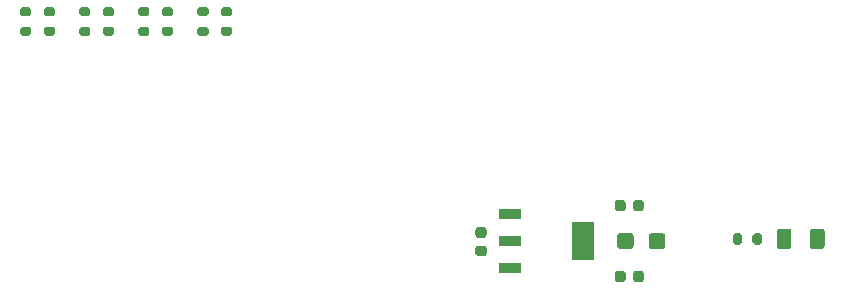
<source format=gbr>
%TF.GenerationSoftware,KiCad,Pcbnew,(5.1.10)-1*%
%TF.CreationDate,2022-02-02T21:42:12-05:00*%
%TF.ProjectId,RevA,52657641-2e6b-4696-9361-645f70636258,rev?*%
%TF.SameCoordinates,Original*%
%TF.FileFunction,Paste,Top*%
%TF.FilePolarity,Positive*%
%FSLAX46Y46*%
G04 Gerber Fmt 4.6, Leading zero omitted, Abs format (unit mm)*
G04 Created by KiCad (PCBNEW (5.1.10)-1) date 2022-02-02 21:42:12*
%MOMM*%
%LPD*%
G01*
G04 APERTURE LIST*
%ADD10R,1.840000X0.930000*%
%ADD11R,1.840000X3.190000*%
G04 APERTURE END LIST*
%TO.C,C1*%
G36*
G01*
X215048000Y-121655000D02*
X214548000Y-121655000D01*
G75*
G02*
X214323000Y-121430000I0J225000D01*
G01*
X214323000Y-120980000D01*
G75*
G02*
X214548000Y-120755000I225000J0D01*
G01*
X215048000Y-120755000D01*
G75*
G02*
X215273000Y-120980000I0J-225000D01*
G01*
X215273000Y-121430000D01*
G75*
G02*
X215048000Y-121655000I-225000J0D01*
G01*
G37*
G36*
G01*
X215048000Y-120105000D02*
X214548000Y-120105000D01*
G75*
G02*
X214323000Y-119880000I0J225000D01*
G01*
X214323000Y-119430000D01*
G75*
G02*
X214548000Y-119205000I225000J0D01*
G01*
X215048000Y-119205000D01*
G75*
G02*
X215273000Y-119430000I0J-225000D01*
G01*
X215273000Y-119880000D01*
G75*
G02*
X215048000Y-120105000I-225000J0D01*
G01*
G37*
%TD*%
%TO.C,C2*%
G36*
G01*
X227683000Y-123630000D02*
X227683000Y-123130000D01*
G75*
G02*
X227908000Y-122905000I225000J0D01*
G01*
X228358000Y-122905000D01*
G75*
G02*
X228583000Y-123130000I0J-225000D01*
G01*
X228583000Y-123630000D01*
G75*
G02*
X228358000Y-123855000I-225000J0D01*
G01*
X227908000Y-123855000D01*
G75*
G02*
X227683000Y-123630000I0J225000D01*
G01*
G37*
G36*
G01*
X226133000Y-123630000D02*
X226133000Y-123130000D01*
G75*
G02*
X226358000Y-122905000I225000J0D01*
G01*
X226808000Y-122905000D01*
G75*
G02*
X227033000Y-123130000I0J-225000D01*
G01*
X227033000Y-123630000D01*
G75*
G02*
X226808000Y-123855000I-225000J0D01*
G01*
X226358000Y-123855000D01*
G75*
G02*
X226133000Y-123630000I0J225000D01*
G01*
G37*
%TD*%
%TO.C,C3*%
G36*
G01*
X226133000Y-117630000D02*
X226133000Y-117130000D01*
G75*
G02*
X226358000Y-116905000I225000J0D01*
G01*
X226808000Y-116905000D01*
G75*
G02*
X227033000Y-117130000I0J-225000D01*
G01*
X227033000Y-117630000D01*
G75*
G02*
X226808000Y-117855000I-225000J0D01*
G01*
X226358000Y-117855000D01*
G75*
G02*
X226133000Y-117630000I0J225000D01*
G01*
G37*
G36*
G01*
X227683000Y-117630000D02*
X227683000Y-117130000D01*
G75*
G02*
X227908000Y-116905000I225000J0D01*
G01*
X228358000Y-116905000D01*
G75*
G02*
X228583000Y-117130000I0J-225000D01*
G01*
X228583000Y-117630000D01*
G75*
G02*
X228358000Y-117855000I-225000J0D01*
G01*
X227908000Y-117855000D01*
G75*
G02*
X227683000Y-117630000I0J225000D01*
G01*
G37*
%TD*%
%TO.C,C4*%
G36*
G01*
X229008000Y-120805001D02*
X229008000Y-119954999D01*
G75*
G02*
X229257999Y-119705000I249999J0D01*
G01*
X230158001Y-119705000D01*
G75*
G02*
X230408000Y-119954999I0J-249999D01*
G01*
X230408000Y-120805001D01*
G75*
G02*
X230158001Y-121055000I-249999J0D01*
G01*
X229257999Y-121055000D01*
G75*
G02*
X229008000Y-120805001I0J249999D01*
G01*
G37*
G36*
G01*
X226308000Y-120805001D02*
X226308000Y-119954999D01*
G75*
G02*
X226557999Y-119705000I249999J0D01*
G01*
X227458001Y-119705000D01*
G75*
G02*
X227708000Y-119954999I0J-249999D01*
G01*
X227708000Y-120805001D01*
G75*
G02*
X227458001Y-121055000I-249999J0D01*
G01*
X226557999Y-121055000D01*
G75*
G02*
X226308000Y-120805001I0J249999D01*
G01*
G37*
%TD*%
%TO.C,D1*%
G36*
G01*
X239833000Y-120823000D02*
X239833000Y-119573000D01*
G75*
G02*
X240083000Y-119323000I250000J0D01*
G01*
X240833000Y-119323000D01*
G75*
G02*
X241083000Y-119573000I0J-250000D01*
G01*
X241083000Y-120823000D01*
G75*
G02*
X240833000Y-121073000I-250000J0D01*
G01*
X240083000Y-121073000D01*
G75*
G02*
X239833000Y-120823000I0J250000D01*
G01*
G37*
G36*
G01*
X242633000Y-120823000D02*
X242633000Y-119573000D01*
G75*
G02*
X242883000Y-119323000I250000J0D01*
G01*
X243633000Y-119323000D01*
G75*
G02*
X243883000Y-119573000I0J-250000D01*
G01*
X243883000Y-120823000D01*
G75*
G02*
X243633000Y-121073000I-250000J0D01*
G01*
X242883000Y-121073000D01*
G75*
G02*
X242633000Y-120823000I0J250000D01*
G01*
G37*
%TD*%
%TO.C,R1*%
G36*
G01*
X175975000Y-102215000D02*
X176525000Y-102215000D01*
G75*
G02*
X176725000Y-102415000I0J-200000D01*
G01*
X176725000Y-102815000D01*
G75*
G02*
X176525000Y-103015000I-200000J0D01*
G01*
X175975000Y-103015000D01*
G75*
G02*
X175775000Y-102815000I0J200000D01*
G01*
X175775000Y-102415000D01*
G75*
G02*
X175975000Y-102215000I200000J0D01*
G01*
G37*
G36*
G01*
X175975000Y-100565000D02*
X176525000Y-100565000D01*
G75*
G02*
X176725000Y-100765000I0J-200000D01*
G01*
X176725000Y-101165000D01*
G75*
G02*
X176525000Y-101365000I-200000J0D01*
G01*
X175975000Y-101365000D01*
G75*
G02*
X175775000Y-101165000I0J200000D01*
G01*
X175775000Y-100765000D01*
G75*
G02*
X175975000Y-100565000I200000J0D01*
G01*
G37*
%TD*%
%TO.C,R2*%
G36*
G01*
X177975000Y-102215000D02*
X178525000Y-102215000D01*
G75*
G02*
X178725000Y-102415000I0J-200000D01*
G01*
X178725000Y-102815000D01*
G75*
G02*
X178525000Y-103015000I-200000J0D01*
G01*
X177975000Y-103015000D01*
G75*
G02*
X177775000Y-102815000I0J200000D01*
G01*
X177775000Y-102415000D01*
G75*
G02*
X177975000Y-102215000I200000J0D01*
G01*
G37*
G36*
G01*
X177975000Y-100565000D02*
X178525000Y-100565000D01*
G75*
G02*
X178725000Y-100765000I0J-200000D01*
G01*
X178725000Y-101165000D01*
G75*
G02*
X178525000Y-101365000I-200000J0D01*
G01*
X177975000Y-101365000D01*
G75*
G02*
X177775000Y-101165000I0J200000D01*
G01*
X177775000Y-100765000D01*
G75*
G02*
X177975000Y-100565000I200000J0D01*
G01*
G37*
%TD*%
%TO.C,R3*%
G36*
G01*
X180975000Y-100565000D02*
X181525000Y-100565000D01*
G75*
G02*
X181725000Y-100765000I0J-200000D01*
G01*
X181725000Y-101165000D01*
G75*
G02*
X181525000Y-101365000I-200000J0D01*
G01*
X180975000Y-101365000D01*
G75*
G02*
X180775000Y-101165000I0J200000D01*
G01*
X180775000Y-100765000D01*
G75*
G02*
X180975000Y-100565000I200000J0D01*
G01*
G37*
G36*
G01*
X180975000Y-102215000D02*
X181525000Y-102215000D01*
G75*
G02*
X181725000Y-102415000I0J-200000D01*
G01*
X181725000Y-102815000D01*
G75*
G02*
X181525000Y-103015000I-200000J0D01*
G01*
X180975000Y-103015000D01*
G75*
G02*
X180775000Y-102815000I0J200000D01*
G01*
X180775000Y-102415000D01*
G75*
G02*
X180975000Y-102215000I200000J0D01*
G01*
G37*
%TD*%
%TO.C,R4*%
G36*
G01*
X182975000Y-102215000D02*
X183525000Y-102215000D01*
G75*
G02*
X183725000Y-102415000I0J-200000D01*
G01*
X183725000Y-102815000D01*
G75*
G02*
X183525000Y-103015000I-200000J0D01*
G01*
X182975000Y-103015000D01*
G75*
G02*
X182775000Y-102815000I0J200000D01*
G01*
X182775000Y-102415000D01*
G75*
G02*
X182975000Y-102215000I200000J0D01*
G01*
G37*
G36*
G01*
X182975000Y-100565000D02*
X183525000Y-100565000D01*
G75*
G02*
X183725000Y-100765000I0J-200000D01*
G01*
X183725000Y-101165000D01*
G75*
G02*
X183525000Y-101365000I-200000J0D01*
G01*
X182975000Y-101365000D01*
G75*
G02*
X182775000Y-101165000I0J200000D01*
G01*
X182775000Y-100765000D01*
G75*
G02*
X182975000Y-100565000I200000J0D01*
G01*
G37*
%TD*%
%TO.C,R5*%
G36*
G01*
X185975000Y-100565000D02*
X186525000Y-100565000D01*
G75*
G02*
X186725000Y-100765000I0J-200000D01*
G01*
X186725000Y-101165000D01*
G75*
G02*
X186525000Y-101365000I-200000J0D01*
G01*
X185975000Y-101365000D01*
G75*
G02*
X185775000Y-101165000I0J200000D01*
G01*
X185775000Y-100765000D01*
G75*
G02*
X185975000Y-100565000I200000J0D01*
G01*
G37*
G36*
G01*
X185975000Y-102215000D02*
X186525000Y-102215000D01*
G75*
G02*
X186725000Y-102415000I0J-200000D01*
G01*
X186725000Y-102815000D01*
G75*
G02*
X186525000Y-103015000I-200000J0D01*
G01*
X185975000Y-103015000D01*
G75*
G02*
X185775000Y-102815000I0J200000D01*
G01*
X185775000Y-102415000D01*
G75*
G02*
X185975000Y-102215000I200000J0D01*
G01*
G37*
%TD*%
%TO.C,R6*%
G36*
G01*
X187975000Y-102215000D02*
X188525000Y-102215000D01*
G75*
G02*
X188725000Y-102415000I0J-200000D01*
G01*
X188725000Y-102815000D01*
G75*
G02*
X188525000Y-103015000I-200000J0D01*
G01*
X187975000Y-103015000D01*
G75*
G02*
X187775000Y-102815000I0J200000D01*
G01*
X187775000Y-102415000D01*
G75*
G02*
X187975000Y-102215000I200000J0D01*
G01*
G37*
G36*
G01*
X187975000Y-100565000D02*
X188525000Y-100565000D01*
G75*
G02*
X188725000Y-100765000I0J-200000D01*
G01*
X188725000Y-101165000D01*
G75*
G02*
X188525000Y-101365000I-200000J0D01*
G01*
X187975000Y-101365000D01*
G75*
G02*
X187775000Y-101165000I0J200000D01*
G01*
X187775000Y-100765000D01*
G75*
G02*
X187975000Y-100565000I200000J0D01*
G01*
G37*
%TD*%
%TO.C,R7*%
G36*
G01*
X190975000Y-100565000D02*
X191525000Y-100565000D01*
G75*
G02*
X191725000Y-100765000I0J-200000D01*
G01*
X191725000Y-101165000D01*
G75*
G02*
X191525000Y-101365000I-200000J0D01*
G01*
X190975000Y-101365000D01*
G75*
G02*
X190775000Y-101165000I0J200000D01*
G01*
X190775000Y-100765000D01*
G75*
G02*
X190975000Y-100565000I200000J0D01*
G01*
G37*
G36*
G01*
X190975000Y-102215000D02*
X191525000Y-102215000D01*
G75*
G02*
X191725000Y-102415000I0J-200000D01*
G01*
X191725000Y-102815000D01*
G75*
G02*
X191525000Y-103015000I-200000J0D01*
G01*
X190975000Y-103015000D01*
G75*
G02*
X190775000Y-102815000I0J200000D01*
G01*
X190775000Y-102415000D01*
G75*
G02*
X190975000Y-102215000I200000J0D01*
G01*
G37*
%TD*%
%TO.C,R8*%
G36*
G01*
X192975000Y-102215000D02*
X193525000Y-102215000D01*
G75*
G02*
X193725000Y-102415000I0J-200000D01*
G01*
X193725000Y-102815000D01*
G75*
G02*
X193525000Y-103015000I-200000J0D01*
G01*
X192975000Y-103015000D01*
G75*
G02*
X192775000Y-102815000I0J200000D01*
G01*
X192775000Y-102415000D01*
G75*
G02*
X192975000Y-102215000I200000J0D01*
G01*
G37*
G36*
G01*
X192975000Y-100565000D02*
X193525000Y-100565000D01*
G75*
G02*
X193725000Y-100765000I0J-200000D01*
G01*
X193725000Y-101165000D01*
G75*
G02*
X193525000Y-101365000I-200000J0D01*
G01*
X192975000Y-101365000D01*
G75*
G02*
X192775000Y-101165000I0J200000D01*
G01*
X192775000Y-100765000D01*
G75*
G02*
X192975000Y-100565000I200000J0D01*
G01*
G37*
%TD*%
%TO.C,R9*%
G36*
G01*
X236133000Y-120473000D02*
X236133000Y-119923000D01*
G75*
G02*
X236333000Y-119723000I200000J0D01*
G01*
X236733000Y-119723000D01*
G75*
G02*
X236933000Y-119923000I0J-200000D01*
G01*
X236933000Y-120473000D01*
G75*
G02*
X236733000Y-120673000I-200000J0D01*
G01*
X236333000Y-120673000D01*
G75*
G02*
X236133000Y-120473000I0J200000D01*
G01*
G37*
G36*
G01*
X237783000Y-120473000D02*
X237783000Y-119923000D01*
G75*
G02*
X237983000Y-119723000I200000J0D01*
G01*
X238383000Y-119723000D01*
G75*
G02*
X238583000Y-119923000I0J-200000D01*
G01*
X238583000Y-120473000D01*
G75*
G02*
X238383000Y-120673000I-200000J0D01*
G01*
X237983000Y-120673000D01*
G75*
G02*
X237783000Y-120473000I0J200000D01*
G01*
G37*
%TD*%
D10*
%TO.C,VR1*%
X217273000Y-118080000D03*
X217273000Y-120380000D03*
X217273000Y-122680000D03*
D11*
X223443000Y-120380000D03*
%TD*%
M02*

</source>
